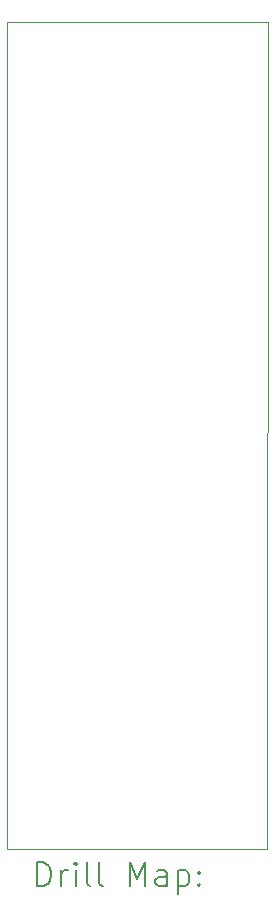
<source format=gbr>
%TF.GenerationSoftware,KiCad,Pcbnew,8.0.5*%
%TF.CreationDate,2024-10-01T14:56:49-07:00*%
%TF.ProjectId,gr25_nodes,67723235-5f6e-46f6-9465-732e6b696361,rev?*%
%TF.SameCoordinates,Original*%
%TF.FileFunction,Drillmap*%
%TF.FilePolarity,Positive*%
%FSLAX45Y45*%
G04 Gerber Fmt 4.5, Leading zero omitted, Abs format (unit mm)*
G04 Created by KiCad (PCBNEW 8.0.5) date 2024-10-01 14:56:49*
%MOMM*%
%LPD*%
G01*
G04 APERTURE LIST*
%ADD10C,0.100000*%
%ADD11C,0.200000*%
G04 APERTURE END LIST*
D10*
X13075000Y-9775000D02*
X13077500Y-2777500D01*
X10875000Y-2775000D02*
X10872500Y-9775000D01*
X13077500Y-2777500D02*
X10875000Y-2775000D01*
X10872500Y-9775000D02*
X13075000Y-9775000D01*
D11*
X11128277Y-10091484D02*
X11128277Y-9891484D01*
X11128277Y-9891484D02*
X11175896Y-9891484D01*
X11175896Y-9891484D02*
X11204467Y-9901008D01*
X11204467Y-9901008D02*
X11223515Y-9920055D01*
X11223515Y-9920055D02*
X11233039Y-9939103D01*
X11233039Y-9939103D02*
X11242562Y-9977198D01*
X11242562Y-9977198D02*
X11242562Y-10005770D01*
X11242562Y-10005770D02*
X11233039Y-10043865D01*
X11233039Y-10043865D02*
X11223515Y-10062912D01*
X11223515Y-10062912D02*
X11204467Y-10081960D01*
X11204467Y-10081960D02*
X11175896Y-10091484D01*
X11175896Y-10091484D02*
X11128277Y-10091484D01*
X11328277Y-10091484D02*
X11328277Y-9958150D01*
X11328277Y-9996246D02*
X11337801Y-9977198D01*
X11337801Y-9977198D02*
X11347324Y-9967674D01*
X11347324Y-9967674D02*
X11366372Y-9958150D01*
X11366372Y-9958150D02*
X11385420Y-9958150D01*
X11452086Y-10091484D02*
X11452086Y-9958150D01*
X11452086Y-9891484D02*
X11442562Y-9901008D01*
X11442562Y-9901008D02*
X11452086Y-9910531D01*
X11452086Y-9910531D02*
X11461610Y-9901008D01*
X11461610Y-9901008D02*
X11452086Y-9891484D01*
X11452086Y-9891484D02*
X11452086Y-9910531D01*
X11575896Y-10091484D02*
X11556848Y-10081960D01*
X11556848Y-10081960D02*
X11547324Y-10062912D01*
X11547324Y-10062912D02*
X11547324Y-9891484D01*
X11680658Y-10091484D02*
X11661610Y-10081960D01*
X11661610Y-10081960D02*
X11652086Y-10062912D01*
X11652086Y-10062912D02*
X11652086Y-9891484D01*
X11909229Y-10091484D02*
X11909229Y-9891484D01*
X11909229Y-9891484D02*
X11975896Y-10034341D01*
X11975896Y-10034341D02*
X12042562Y-9891484D01*
X12042562Y-9891484D02*
X12042562Y-10091484D01*
X12223515Y-10091484D02*
X12223515Y-9986722D01*
X12223515Y-9986722D02*
X12213991Y-9967674D01*
X12213991Y-9967674D02*
X12194943Y-9958150D01*
X12194943Y-9958150D02*
X12156848Y-9958150D01*
X12156848Y-9958150D02*
X12137801Y-9967674D01*
X12223515Y-10081960D02*
X12204467Y-10091484D01*
X12204467Y-10091484D02*
X12156848Y-10091484D01*
X12156848Y-10091484D02*
X12137801Y-10081960D01*
X12137801Y-10081960D02*
X12128277Y-10062912D01*
X12128277Y-10062912D02*
X12128277Y-10043865D01*
X12128277Y-10043865D02*
X12137801Y-10024817D01*
X12137801Y-10024817D02*
X12156848Y-10015293D01*
X12156848Y-10015293D02*
X12204467Y-10015293D01*
X12204467Y-10015293D02*
X12223515Y-10005770D01*
X12318753Y-9958150D02*
X12318753Y-10158150D01*
X12318753Y-9967674D02*
X12337801Y-9958150D01*
X12337801Y-9958150D02*
X12375896Y-9958150D01*
X12375896Y-9958150D02*
X12394943Y-9967674D01*
X12394943Y-9967674D02*
X12404467Y-9977198D01*
X12404467Y-9977198D02*
X12413991Y-9996246D01*
X12413991Y-9996246D02*
X12413991Y-10053389D01*
X12413991Y-10053389D02*
X12404467Y-10072436D01*
X12404467Y-10072436D02*
X12394943Y-10081960D01*
X12394943Y-10081960D02*
X12375896Y-10091484D01*
X12375896Y-10091484D02*
X12337801Y-10091484D01*
X12337801Y-10091484D02*
X12318753Y-10081960D01*
X12499705Y-10072436D02*
X12509229Y-10081960D01*
X12509229Y-10081960D02*
X12499705Y-10091484D01*
X12499705Y-10091484D02*
X12490182Y-10081960D01*
X12490182Y-10081960D02*
X12499705Y-10072436D01*
X12499705Y-10072436D02*
X12499705Y-10091484D01*
X12499705Y-9967674D02*
X12509229Y-9977198D01*
X12509229Y-9977198D02*
X12499705Y-9986722D01*
X12499705Y-9986722D02*
X12490182Y-9977198D01*
X12490182Y-9977198D02*
X12499705Y-9967674D01*
X12499705Y-9967674D02*
X12499705Y-9986722D01*
M02*

</source>
